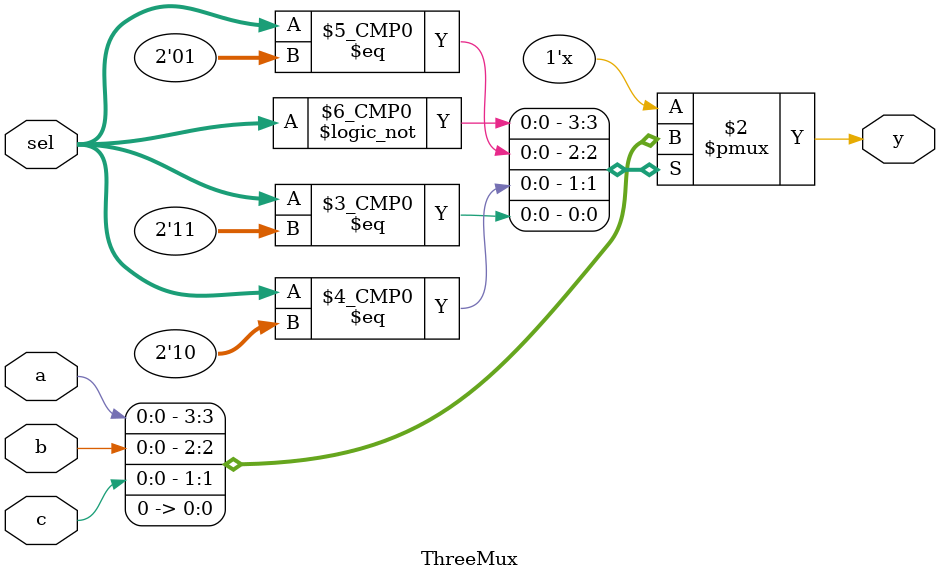
<source format=v>
`timescale 1ns / 1ps


module ThreeMux (
    input wire a,
    input wire b,
    input wire c,
    input wire [1:0] sel,
    output reg y
);
    always @* begin
        case(sel)
            2'b00: y = a;
            2'b01: y = b;
            2'b10: y = c;
            2'b11: y = 1'b0; 
            default: y = 1'b0; 
        endcase
    end
endmodule


</source>
